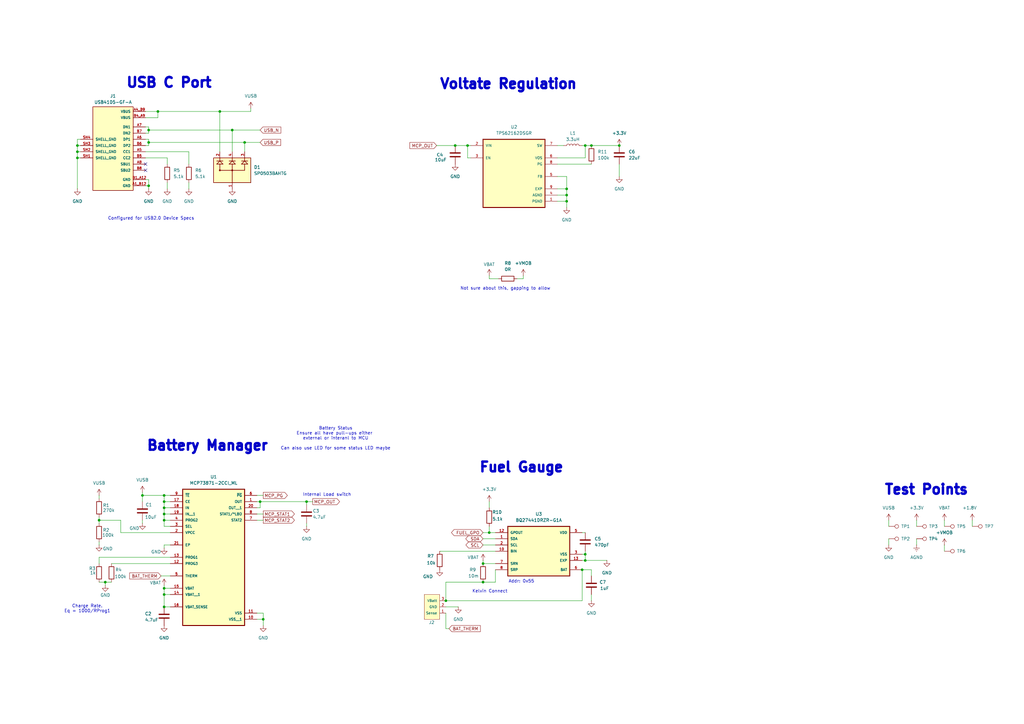
<source format=kicad_sch>
(kicad_sch (version 20231120) (generator "eeschema") (generator_version "8.0")
  (paper "A3")
  (title_block (title "Power System") (company "The University of Queensland"))
  (lib_symbols
    (symbol "BQ27441DRZR-G1A:BQ27441DRZR-G1A" (pin_names (offset 1.016))
      (property "Reference" "U" (at -12.7 17.51 0))
      (property "Value" "BQ27441DRZR-G1A" (at -12.7 -37.02 0))
      (symbol "BQ27441DRZR-G1A_0_0"
        (rectangle (start -12.7 16.51) (end 12.7 -3.81) (stroke (width 0.41)) (fill (type background)))
        (pin bidirectional line (at -17.78 11.43 0) (length 5.08) (name "SDA") (number "1"))
        (pin input line (at -17.78 6.35 0) (length 5.08) (name "BIN") (number "10"))
        (pin output line (at -17.78 13.97 0) (length 5.08) (name "GPOUT") (number "12"))
        (pin input line (at -17.78 8.89 0) (length 5.08) (name "SCL") (number "2"))
        (pin power_in line (at 17.78 5.08 180) (length 5.08) (name "VSS") (number "3"))
        (pin power_in line (at 17.78 13.97 180) (length 5.08) (name "VDD") (number "5"))
        (pin input line (at 17.78 -1.27 180) (length 5.08) (name "BAT") (number "6"))
        (pin input line (at -17.78 1.27 0) (length 5.08) (name "SRN") (number "7"))
        (pin input line (at -17.78 -1.27 0) (length 5.08) (name "SRP") (number "8"))
      )
      (symbol "BQ27441DRZR-G1A_1_0"
        (pin power_in line (at 17.78 2.54 180) (length 5.08) (name "EXP") (number "13"))
      )
    )
    (symbol "Capacitors:Capacitor_10uF" (pin_numbers hide) (pin_names hide)
      (property "Reference" "C" (at 4.064 0 0))
      (property "Value" "10uF" (at 0 0 0))
      (symbol "Capacitor_10uF_0_1"
        (polyline (pts (xy -2.032 -0.762) (xy 2.032 -0.762)) (stroke (width 0.508)))
        (polyline (pts (xy -2.032 0.762) (xy 2.032 0.762)) (stroke (width 0.508)))
      )
      (symbol "Capacitor_10uF_1_1"
        (pin passive line (at 0 3.81 270) (length 2.794) (name "~") (number "1"))
        (pin passive line (at 0 -3.81 90) (length 2.794) (name "~") (number "2"))
      )
    )
    (symbol "Capacitors:Capacitor_1uF" (pin_numbers hide) (pin_names hide)
      (property "Reference" "C" (at 4.064 0 0))
      (property "Value" "1uF" (at 0 0 0))
      (symbol "Capacitor_1uF_0_1"
        (polyline (pts (xy -2.032 -0.762) (xy 2.032 -0.762)) (stroke (width 0.508)))
        (polyline (pts (xy -2.032 0.762) (xy 2.032 0.762)) (stroke (width 0.508)))
      )
      (symbol "Capacitor_1uF_1_1"
        (pin passive line (at 0 3.81 270) (length 2.794) (name "~") (number "1"))
        (pin passive line (at 0 -3.81 90) (length 2.794) (name "~") (number "2"))
      )
    )
    (symbol "Capacitors:Capacitor_22uF" (pin_numbers hide) (pin_names hide)
      (property "Reference" "C" (at 4.064 0 0))
      (property "Value" "22uF" (at 0 0 0))
      (symbol "Capacitor_22uF_0_1"
        (polyline (pts (xy -2.032 -0.762) (xy 2.032 -0.762)) (stroke (width 0.508)))
        (polyline (pts (xy -2.032 0.762) (xy 2.032 0.762)) (stroke (width 0.508)))
      )
      (symbol "Capacitor_22uF_1_1"
        (pin passive line (at 0 3.81 270) (length 2.794) (name "~") (number "1"))
        (pin passive line (at 0 -3.81 90) (length 2.794) (name "~") (number "2"))
      )
    )
    (symbol "Capacitors:Capacitor_4.7uF" (pin_numbers hide) (pin_names hide)
      (property "Reference" "C" (at 4.064 0 0))
      (property "Value" "4.7uF" (at 0 0 0))
      (symbol "Capacitor_4.7uF_0_1"
        (polyline (pts (xy -2.032 -0.762) (xy 2.032 -0.762)) (stroke (width 0.508)))
        (polyline (pts (xy -2.032 0.762) (xy 2.032 0.762)) (stroke (width 0.508)))
      )
      (symbol "Capacitor_4.7uF_1_1"
        (pin passive line (at 0 3.81 270) (length 2.794) (name "~") (number "1"))
        (pin passive line (at 0 -3.81 90) (length 2.794) (name "~") (number "2"))
      )
    )
    (symbol "Capacitors:Capacitor_470pF" (pin_numbers hide) (pin_names hide)
      (property "Reference" "C" (at 4.064 0 0))
      (property "Value" "470pF" (at 0 0 0))
      (symbol "Capacitor_470pF_0_1"
        (polyline (pts (xy -2.032 -0.762) (xy 2.032 -0.762)) (stroke (width 0.508)))
        (polyline (pts (xy -2.032 0.762) (xy 2.032 0.762)) (stroke (width 0.508)))
      )
      (symbol "Capacitor_470pF_1_1"
        (pin passive line (at 0 3.81 270) (length 2.794) (name "~") (number "1"))
        (pin passive line (at 0 -3.81 90) (length 2.794) (name "~") (number "2"))
      )
    )
    (symbol "Connector:TestPoint" (pin_numbers hide) (pin_names (offset 0.762) hide)
      (property "Reference" "TP" (at 0 6.858 0))
      (property "Value" "TestPoint" (at 0 5.08 0))
      (symbol "TestPoint_0_1"
        (circle (center 0 3.302) (radius 0.762))
      )
      (symbol "TestPoint_1_1"
        (pin passive line (at 0 0 90) (length 2.54) (name "1") (number "1"))
      )
    )
    (symbol "MAMK2520T3R3M:MAMK2520T3R3M" (pin_numbers hide) (pin_names (offset 1.016) hide)
      (property "Reference" "L" (at -7.62 5.08 0))
      (property "Value" "3.3uH" (at -7.62 2.54 0))
      (symbol "MAMK2520T3R3M_0_1"
        (arc (start -1.27 0) (mid -1.905 0.6323) (end -2.54 0))
        (arc (start 0 0) (mid -0.635 0.6323) (end -1.27 0))
        (arc (start 1.27 0) (mid 0.635 0.6323) (end 0 0))
        (arc (start 2.54 0) (mid 1.905 0.6323) (end 1.27 0))
      )
      (symbol "MAMK2520T3R3M_1_1"
        (pin passive line (at -3.81 0 0) (length 1.27) (name "1") (number "1"))
        (pin passive line (at 3.81 0 180) (length 1.27) (name "2") (number "2"))
      )
    )
    (symbol "MCP73871-2CCI_ML:MCP73871-2CCI_ML" (pin_names (offset 1.016))
      (property "Reference" "U" (at -12.7 26.4 0))
      (property "Value" "MCP73871-2CCI_ML" (at -12.7 -34.48 0))
      (symbol "MCP73871-2CCI_ML_0_0"
        (rectangle (start -12.7 -30.48) (end 12.7 25.4) (stroke (width 0.41)) (fill (type background)))
        (pin output line (at 17.78 20.32 180) (length 5.08) (name "OUT") (number "1"))
        (pin power_in line (at 17.78 -27.94 180) (length 5.08) (name "VSS__1") (number "10"))
        (pin power_in line (at 17.78 -25.4 180) (length 5.08) (name "VSS") (number "11"))
        (pin bidirectional line (at -17.78 -5.08 0) (length 5.08) (name "PROG3") (number "12"))
        (pin bidirectional line (at -17.78 -2.54 0) (length 5.08) (name "PROG1") (number "13"))
        (pin bidirectional line (at -17.78 -17.78 0) (length 5.08) (name "VBAT__1") (number "14"))
        (pin bidirectional line (at -17.78 -15.24 0) (length 5.08) (name "VBAT") (number "15"))
        (pin bidirectional line (at -17.78 -22.86 0) (length 5.08) (name "VBAT_SENSE") (number "16"))
        (pin input line (at -17.78 20.32 0) (length 5.08) (name "CE") (number "17"))
        (pin input line (at -17.78 17.78 0) (length 5.08) (name "IN") (number "18"))
        (pin input line (at -17.78 15.24 0) (length 5.08) (name "IN__1") (number "19"))
        (pin input line (at -17.78 7.62 0) (length 5.08) (name "VPCC") (number "2"))
        (pin output line (at 17.78 17.78 180) (length 5.08) (name "OUT__1") (number "20"))
        (pin bidirectional line (at -17.78 2.54 0) (length 5.08) (name "EP") (number "21"))
        (pin input line (at -17.78 10.16 0) (length 5.08) (name "SEL") (number "3"))
        (pin input line (at -17.78 12.7 0) (length 5.08) (name "PROG2") (number "4"))
        (pin bidirectional line (at -17.78 -10.16 0) (length 5.08) (name "THERM") (number "5"))
        (pin output line (at 17.78 22.86 180) (length 5.08) (name "~{PG}") (number "6"))
        (pin output line (at 17.78 12.7 180) (length 5.08) (name "STAT2") (number "7"))
        (pin output line (at 17.78 15.24 180) (length 5.08) (name "STAT1/*LBO") (number "8"))
        (pin input line (at -17.78 22.86 0) (length 5.08) (name "~{TE}") (number "9"))
      )
    )
    (symbol "Resistors:Resistor_0R_2A" (pin_numbers hide) (pin_names hide)
      (property "Reference" "R" (at 2.54 0.254 0))
      (property "Value" "0R" (at 0 -3.81 0))
      (symbol "Resistor_0R_2A_0_1"
        (rectangle (start 1.016 2.54) (end -1.016 -2.54) (stroke (width 0.254)))
      )
      (symbol "Resistor_0R_2A_1_1"
        (pin passive line (at 0 -3.81 90) (length 1.27) (name "~") (number "1"))
        (pin passive line (at 0 3.81 270) (length 1.27) (name "~") (number "2"))
      )
    )
    (symbol "Resistors:Resistor_100k" (pin_numbers hide) (pin_names hide)
      (property "Reference" "R" (at 2.54 0.254 0))
      (property "Value" "100k" (at 0 -3.81 0))
      (symbol "Resistor_100k_0_1"
        (rectangle (start 1.016 2.54) (end -1.016 -2.54) (stroke (width 0.254)))
      )
      (symbol "Resistor_100k_1_1"
        (pin passive line (at 0 -3.81 90) (length 1.27) (name "~") (number "1"))
        (pin passive line (at 0 3.81 270) (length 1.27) (name "~") (number "2"))
      )
    )
    (symbol "Resistors:Resistor_10k" (pin_numbers hide) (pin_names hide)
      (property "Reference" "R" (at 2.54 0.254 0))
      (property "Value" "10k" (at 0 -3.81 0))
      (symbol "Resistor_10k_0_1"
        (rectangle (start 1.016 2.54) (end -1.016 -2.54) (stroke (width 0.254)))
      )
      (symbol "Resistor_10k_1_1"
        (pin passive line (at 0 -3.81 90) (length 1.27) (name "~") (number "1"))
        (pin passive line (at 0 3.81 270) (length 1.27) (name "~") (number "2"))
      )
    )
    (symbol "Resistors:Resistor_10m_1W" (pin_numbers hide) (pin_names hide)
      (property "Reference" "R" (at 2.54 0.254 0))
      (property "Value" "10m" (at 0 -3.81 0))
      (symbol "Resistor_10m_1W_0_1"
        (rectangle (start 1.016 2.54) (end -1.016 -2.54) (stroke (width 0.254)))
      )
      (symbol "Resistor_10m_1W_1_1"
        (pin passive line (at 0 -3.81 90) (length 1.27) (name "~") (number "1"))
        (pin passive line (at 0 3.81 270) (length 1.27) (name "~") (number "2"))
      )
    )
    (symbol "Resistors:Resistor_1k" (pin_numbers hide) (pin_names hide)
      (property "Reference" "R" (at 2.54 0.254 0))
      (property "Value" "1k" (at 0 -3.81 0))
      (symbol "Resistor_1k_0_1"
        (rectangle (start 1.016 2.54) (end -1.016 -2.54) (stroke (width 0.254)))
      )
      (symbol "Resistor_1k_1_1"
        (pin passive line (at 0 -3.81 90) (length 1.27) (name "~") (number "1"))
        (pin passive line (at 0 3.81 270) (length 1.27) (name "~") (number "2"))
      )
    )
    (symbol "Resistors:Resistor_270k" (pin_numbers hide) (pin_names hide)
      (property "Reference" "R" (at 2.54 0.254 0))
      (property "Value" "270k" (at 0 -3.81 0))
      (symbol "Resistor_270k_0_1"
        (rectangle (start 1.016 2.54) (end -1.016 -2.54) (stroke (width 0.254)))
      )
      (symbol "Resistor_270k_1_1"
        (pin passive line (at 0 -3.81 90) (length 1.27) (name "~") (number "1"))
        (pin passive line (at 0 3.81 270) (length 1.27) (name "~") (number "2"))
      )
    )
    (symbol "Resistors:Resistor_5k1" (pin_numbers hide) (pin_names hide)
      (property "Reference" "R" (at 2.54 0.254 0))
      (property "Value" "5.1k" (at 0 -3.81 0))
      (symbol "Resistor_5k1_0_1"
        (rectangle (start 1.016 2.54) (end -1.016 -2.54) (stroke (width 0.254)))
      )
      (symbol "Resistor_5k1_1_1"
        (pin passive line (at 0 -3.81 90) (length 1.27) (name "~") (number "1"))
        (pin passive line (at 0 3.81 270) (length 1.27) (name "~") (number "2"))
      )
    )
    (symbol "S3B-PH-SM4-TB_LF__SN_:S3B-PH-SM4-TB_LF__SN_" (pin_names (offset 1.016))
      (property "Reference" "J" (at -2.542 5.084 0))
      (symbol "S3B-PH-SM4-TB_LF__SN__0_0"
        (rectangle (start -2.54 5.08) (end 3.81 -5.08) (stroke (width 0.127)) (fill (type background)))
      )
      (symbol "S3B-PH-SM4-TB_LF__SN__1_0"
        (pin passive line (at -5.08 2.54 0) (length 2.54) (name "Sense") (number "1"))
        (pin passive line (at -5.08 0 0) (length 2.54) (name "GND") (number "2"))
        (pin passive line (at -5.08 -2.54 0) (length 2.54) (name "VBatt") (number "3"))
      )
    )
    (symbol "SP0503BAHTG:SP0503BAHTG" (pin_names (offset 1.016))
      (property "Reference" "D" (at -5.4057 5.6059 0))
      (property "Value" "SP0503BAHTG" (at -5.6024 -7.5032 0))
      (symbol "SP0503BAHTG_0_0"
        (rectangle (start -5.08 7.62) (end 5.08 -7.62) (stroke (width 0.254)) (fill (type background)))
        (polyline (pts (xy -5.08 0) (xy 0 0)) (stroke (width 0.254)))
        (polyline (pts (xy 0 -5.08) (xy 0 0)) (stroke (width 0.254)))
        (polyline (pts (xy 0 -5.08) (xy 2.54 -5.08)) (stroke (width 0.254)))
        (polyline (pts (xy 0 0) (xy 0 5.08)) (stroke (width 0.254)))
        (polyline (pts (xy 0 0) (xy 2.54 0)) (stroke (width 0.254)))
        (polyline (pts (xy 2.54 -6.35) (xy 3.81 -5.08)) (stroke (width 0.254)))
        (polyline (pts (xy 2.54 -5.08) (xy 2.54 -6.35)) (stroke (width 0.254)))
        (polyline (pts (xy 2.54 -5.08) (xy 2.54 -3.81)) (stroke (width 0.254)))
        (polyline (pts (xy 2.54 -1.27) (xy 3.81 0)) (stroke (width 0.254)))
        (polyline (pts (xy 2.54 0) (xy 2.54 -1.27)) (stroke (width 0.254)))
        (polyline (pts (xy 2.54 0) (xy 2.54 1.27)) (stroke (width 0.254)))
        (polyline (pts (xy 2.54 3.81) (xy 2.54 5.08)) (stroke (width 0.254)))
        (polyline (pts (xy 2.54 5.08) (xy 0 5.08)) (stroke (width 0.254)))
        (polyline (pts (xy 2.54 5.08) (xy 2.54 6.35)) (stroke (width 0.254)))
        (polyline (pts (xy 2.54 6.35) (xy 3.81 5.08)) (stroke (width 0.254)))
        (polyline (pts (xy 3.81 -5.08) (xy 2.54 -3.81)) (stroke (width 0.254)))
        (polyline (pts (xy 3.81 -5.08) (xy 3.81 -6.35)) (stroke (width 0.254)))
        (polyline (pts (xy 3.81 -5.08) (xy 5.08 -5.08)) (stroke (width 0.254)))
        (polyline (pts (xy 3.81 -3.81) (xy 3.81 -5.08)) (stroke (width 0.254)))
        (polyline (pts (xy 3.81 0) (xy 2.54 1.27)) (stroke (width 0.254)))
        (polyline (pts (xy 3.81 0) (xy 3.81 -1.27)) (stroke (width 0.254)))
        (polyline (pts (xy 3.81 0) (xy 5.08 0)) (stroke (width 0.254)))
        (polyline (pts (xy 3.81 1.27) (xy 3.81 0)) (stroke (width 0.254)))
        (polyline (pts (xy 3.81 5.08) (xy 2.54 3.81)) (stroke (width 0.254)))
        (polyline (pts (xy 3.81 5.08) (xy 3.81 3.81)) (stroke (width 0.254)))
        (polyline (pts (xy 3.81 5.08) (xy 3.81 6.35)) (stroke (width 0.254)))
        (polyline (pts (xy 5.08 5.08) (xy 3.81 5.08)) (stroke (width 0.254)))
        (circle (center 0 0) (radius 0.254) (stroke (width 0.254)))
        (circle (center 0 5.08) (radius 0.254) (stroke (width 0.254)))
        (pin passive line (at -7.62 0 0) (length 2.54) (name "~") (number "1"))
        (pin passive line (at 7.62 5.08 180) (length 2.54) (name "~") (number "2"))
        (pin passive line (at 7.62 -5.08 180) (length 2.54) (name "~") (number "3"))
        (pin passive line (at 7.62 0 180) (length 2.54) (name "~") (number "4"))
      )
    )
    (symbol "TPS62162DSGR:TPS62162DSGR" (pin_names (offset 1.016))
      (property "Reference" "U" (at -12.7 13.7 0))
      (property "Value" "TPS62162DSGR" (at -12.7 -17.78 0))
      (symbol "TPS62162DSGR_0_0"
        (rectangle (start -12.7 12.7) (end 12.7 -15.24) (stroke (width 0.41)) (fill (type background)))
        (pin power_in line (at 17.78 -12.7 180) (length 5.08) (name "PGND") (number "1"))
        (pin input line (at -17.78 10.16 0) (length 5.08) (name "VIN") (number "2"))
        (pin input line (at -17.78 5.08 0) (length 5.08) (name "EN") (number "3"))
        (pin power_in line (at 17.78 -10.16 180) (length 5.08) (name "AGND") (number "4"))
        (pin input line (at 17.78 -2.54 180) (length 5.08) (name "FB") (number "5"))
        (pin input line (at 17.78 5.08 180) (length 5.08) (name "VOS") (number "6"))
        (pin output line (at 17.78 10.16 180) (length 5.08) (name "SW") (number "7"))
        (pin output line (at 17.78 2.54 180) (length 5.08) (name "PG") (number "8"))
        (pin passive line (at 17.78 -7.62 180) (length 5.08) (name "EXP") (number "9"))
      )
    )
    (symbol "USB4105-GF-A:USB4105-GF-A" (pin_names (offset 1.016))
      (property "Reference" "J" (at -1.27 20.574 0))
      (property "Value" "USB4105-GF-A" (at -1.524 18.034 0))
      (symbol "USB4105-GF-A_0_0"
        (rectangle (start -1.27 17.145) (end 15.24 -17.145) (stroke (width 0.254)) (fill (type background)))
        (pin power_in line (at 20.32 -15.24 180) (length 5.08) (name "GND") (number "A1_B12"))
        (pin power_in line (at 20.32 15.24 180) (length 5.08) (name "VBUS") (number "A4_B9"))
        (pin bidirectional line (at 20.32 -1.27 180) (length 5.08) (name "CC1") (number "A5"))
        (pin bidirectional line (at 20.32 3.81 180) (length 5.08) (name "DP1") (number "A6"))
        (pin bidirectional line (at 20.32 8.89 180) (length 5.08) (name "DN1") (number "A7"))
        (pin bidirectional line (at 20.32 -6.35 180) (length 5.08) (name "SBU1") (number "A8"))
        (pin power_in line (at 20.32 -12.7 180) (length 5.08) (name "GND") (number "B1_A12"))
        (pin power_in line (at 20.32 12.7 180) (length 5.08) (name "VBUS") (number "B4_A9"))
        (pin bidirectional line (at 20.32 -3.81 180) (length 5.08) (name "CC2") (number "B5"))
        (pin bidirectional line (at 20.32 1.27 180) (length 5.08) (name "DP2") (number "B6"))
        (pin bidirectional line (at 20.32 6.35 180) (length 5.08) (name "DN2") (number "B7"))
        (pin bidirectional line (at 20.32 -8.89 180) (length 5.08) (name "SBU2") (number "B8"))
        (pin power_in line (at -6.35 -3.81 0) (length 5.08) (name "SHELL_GND") (number "SH1"))
        (pin power_in line (at -6.35 -1.27 0) (length 5.08) (name "SHELL_GND") (number "SH2"))
        (pin power_in line (at -6.35 1.27 0) (length 5.08) (name "SHELL_GND") (number "SH3"))
        (pin power_in line (at -6.35 3.81 0) (length 5.08) (name "SHELL_GND") (number "SH4"))
      )
    )
    (symbol "power:+1V8" (power) (pin_numbers hide) (pin_names (offset 0) hide)
      (property "Value" "+1V8" (at 0 3.556 0))
      (symbol "+1V8_0_1"
        (polyline (pts (xy -0.762 1.27) (xy 0 2.54)))
        (polyline (pts (xy 0 0) (xy 0 2.54)))
        (polyline (pts (xy 0 2.54) (xy 0.762 1.27)))
      )
      (symbol "+1V8_1_1"
        (pin power_in line (at 0 0 90) (length 0) (name "~") (number "1"))
      )
    )
    (symbol "power:+3.3V" (power) (pin_numbers hide) (pin_names (offset 0) hide)
      (property "Value" "+3.3V" (at 0 3.556 0))
      (symbol "+3.3V_0_1"
        (polyline (pts (xy -0.762 1.27) (xy 0 2.54)))
        (polyline (pts (xy 0 0) (xy 0 2.54)))
        (polyline (pts (xy 0 2.54) (xy 0.762 1.27)))
      )
      (symbol "+3.3V_1_1"
        (pin power_in line (at 0 0 90) (length 0) (name "~") (number "1"))
      )
    )
    (symbol "power:GND" (power) (pin_numbers hide) (pin_names (offset 0) hide)
      (property "Value" "GND" (at 0 -3.81 0))
      (symbol "GND_0_1"
        (polyline (pts (xy 0 0) (xy 0 -1.27) (xy 1.27 -1.27) (xy 0 -2.54) (xy -1.27 -1.27) (xy 0 -1.27)))
      )
      (symbol "GND_1_1"
        (pin power_in line (at 0 0 270) (length 0) (name "~") (number "1"))
      )
    )
    (symbol "power:GNDREF" (power) (pin_numbers hide) (pin_names (offset 0) hide)
      (property "Value" "GNDREF" (at 0 -3.81 0))
      (symbol "GNDREF_0_1"
        (polyline (pts (xy -0.635 -1.905) (xy 0.635 -1.905)))
        (polyline (pts (xy -0.127 -2.54) (xy 0.127 -2.54)))
        (polyline (pts (xy 0 -1.27) (xy 0 0)))
        (polyline (pts (xy 1.27 -1.27) (xy -1.27 -1.27)))
      )
      (symbol "GNDREF_1_1"
        (pin power_in line (at 0 0 270) (length 0) (name "~") (number "1"))
      )
    )
    (symbol "power:VBUS" (power) (pin_numbers hide) (pin_names (offset 0) hide)
      (property "Value" "VBUS" (at 0 3.556 0))
      (symbol "VBUS_0_1"
        (polyline (pts (xy -0.762 1.27) (xy 0 2.54)))
        (polyline (pts (xy 0 0) (xy 0 2.54)))
        (polyline (pts (xy 0 2.54) (xy 0.762 1.27)))
      )
      (symbol "VBUS_1_1"
        (pin power_in line (at 0 0 90) (length 0) (name "~") (number "1"))
      )
    )
    (symbol "power:VCC" (power) (pin_numbers hide) (pin_names (offset 0) hide)
      (property "Value" "VCC" (at 0 3.556 0))
      (symbol "VCC_0_1"
        (polyline (pts (xy -0.762 1.27) (xy 0 2.54)))
        (polyline (pts (xy 0 0) (xy 0 2.54)))
        (polyline (pts (xy 0 2.54) (xy 0.762 1.27)))
      )
      (symbol "VCC_1_1"
        (pin power_in line (at 0 0 90) (length 0) (name "~") (number "1"))
      )
    )
  )
  (junction (at 43.18 238.76))
  (junction (at 67.31 213.36))
  (junction (at 232.41 77.47))
  (junction (at 182.88 246.38))
  (junction (at 106.68 205.74))
  (junction (at 67.31 203.2))
  (junction (at 67.31 243.84))
  (junction (at 238.76 233.68))
  (junction (at 240.03 227.33))
  (junction (at 67.31 208.28))
  (junction (at 254 59.69))
  (junction (at 95.25 53.34))
  (junction (at 40.64 213.36))
  (junction (at 232.41 82.55))
  (junction (at 64.77 45.72))
  (junction (at 186.69 59.69))
  (junction (at 67.31 205.74))
  (junction (at 60.96 76.2))
  (junction (at 232.41 80.01))
  (junction (at 67.31 248.92))
  (junction (at 67.31 241.3))
  (junction (at 31.75 62.23))
  (junction (at 198.12 231.14))
  (junction (at 60.96 53.34))
  (junction (at 100.33 58.42))
  (junction (at 200.66 218.44))
  (junction (at 240.03 229.87))
  (junction (at 67.31 210.82))
  (junction (at 125.73 205.74))
  (junction (at 107.95 254))
  (junction (at 31.75 64.77))
  (junction (at 31.75 59.69))
  (junction (at 240.03 59.69))
  (junction (at 58.42 203.2))
  (junction (at 198.12 238.76))
  (junction (at 60.96 58.42))
  (junction (at 191.77 59.69))
  (junction (at 242.57 59.69))
  (junction (at 90.17 45.72))
  (no_connect (at 59.69 67.31))
  (no_connect (at 59.69 69.85))
  (wire (pts (xy 31.75 62.23) (xy 33.02 62.23)))
  (wire (pts (xy 69.85 218.44) (xy 49.53 218.44)))
  (wire (pts (xy 228.6 80.01) (xy 232.41 80.01)))
  (wire (pts (xy 198.12 220.98) (xy 203.2 220.98)))
  (wire (pts (xy 238.76 229.87) (xy 240.03 229.87)))
  (wire (pts (xy 68.58 74.93) (xy 68.58 77.47)))
  (wire (pts (xy 240.03 229.87) (xy 240.03 227.33)))
  (wire (pts (xy 66.04 236.22) (xy 69.85 236.22)))
  (wire (pts (xy 59.69 76.2) (xy 60.96 76.2)))
  (wire (pts (xy 67.31 203.2) (xy 69.85 203.2)))
  (wire (pts (xy 59.69 48.26) (xy 64.77 48.26)))
  (wire (pts (xy 67.31 210.82) (xy 67.31 208.28)))
  (wire (pts (xy 67.31 240.03) (xy 67.31 241.3)))
  (wire (pts (xy 102.87 45.72) (xy 102.87 44.45)))
  (wire (pts (xy 59.69 45.72) (xy 64.77 45.72)))
  (wire (pts (xy 125.73 215.9) (xy 125.73 214.63)))
  (wire (pts (xy 69.85 215.9) (xy 67.31 215.9)))
  (wire (pts (xy 58.42 201.93) (xy 58.42 203.2)))
  (wire (pts (xy 242.57 233.68) (xy 242.57 236.22)))
  (wire (pts (xy 58.42 205.74) (xy 58.42 203.2)))
  (wire (pts (xy 184.15 257.81) (xy 182.88 257.81)))
  (wire (pts (xy 67.31 203.2) (xy 67.31 205.74)))
  (wire (pts (xy 68.58 64.77) (xy 59.69 64.77)))
  (wire (pts (xy 58.42 203.2) (xy 67.31 203.2)))
  (wire (pts (xy 191.77 59.69) (xy 193.04 59.69)))
  (wire (pts (xy 31.75 77.47) (xy 31.75 64.77)))
  (wire (pts (xy 33.02 57.15) (xy 31.75 57.15)))
  (wire (pts (xy 198.12 231.14) (xy 198.12 229.87)))
  (wire (pts (xy 100.33 58.42) (xy 100.33 62.23)))
  (wire (pts (xy 102.87 45.72) (xy 90.17 45.72)))
  (wire (pts (xy 228.6 82.55) (xy 232.41 82.55)))
  (wire (pts (xy 364.49 213.36) (xy 364.49 215.9)))
  (wire (pts (xy 125.73 205.74) (xy 128.27 205.74)))
  (wire (pts (xy 214.63 114.3) (xy 214.63 113.03)))
  (wire (pts (xy 106.68 205.74) (xy 105.41 205.74)))
  (wire (pts (xy 40.64 228.6) (xy 69.85 228.6)))
  (wire (pts (xy 60.96 53.34) (xy 60.96 54.61)))
  (wire (pts (xy 90.17 45.72) (xy 90.17 62.23)))
  (wire (pts (xy 60.96 76.2) (xy 60.96 77.47)))
  (wire (pts (xy 60.96 53.34) (xy 95.25 53.34)))
  (wire (pts (xy 228.6 77.47) (xy 232.41 77.47)))
  (wire (pts (xy 67.31 223.52) (xy 67.31 224.79)))
  (wire (pts (xy 67.31 248.92) (xy 69.85 248.92)))
  (wire (pts (xy 387.35 213.36) (xy 387.35 215.9)))
  (wire (pts (xy 228.6 72.39) (xy 232.41 72.39)))
  (wire (pts (xy 45.72 231.14) (xy 69.85 231.14)))
  (wire (pts (xy 49.53 218.44) (xy 49.53 213.36)))
  (wire (pts (xy 40.64 228.6) (xy 40.64 231.14)))
  (wire (pts (xy 67.31 213.36) (xy 69.85 213.36)))
  (wire (pts (xy 200.66 114.3) (xy 204.47 114.3)))
  (wire (pts (xy 67.31 243.84) (xy 69.85 243.84)))
  (wire (pts (xy 43.18 238.76) (xy 45.72 238.76)))
  (wire (pts (xy 182.88 246.38) (xy 238.76 246.38)))
  (wire (pts (xy 59.69 57.15) (xy 60.96 57.15)))
  (wire (pts (xy 200.66 113.03) (xy 200.66 114.3)))
  (wire (pts (xy 60.96 58.42) (xy 60.96 59.69)))
  (wire (pts (xy 95.25 53.34) (xy 106.68 53.34)))
  (wire (pts (xy 67.31 213.36) (xy 67.31 210.82)))
  (wire (pts (xy 40.64 203.2) (xy 40.64 204.47)))
  (wire (pts (xy 67.31 215.9) (xy 67.31 213.36)))
  (wire (pts (xy 40.64 238.76) (xy 43.18 238.76)))
  (wire (pts (xy 68.58 64.77) (xy 68.58 67.31)))
  (wire (pts (xy 60.96 57.15) (xy 60.96 58.42)))
  (wire (pts (xy 105.41 213.36) (xy 107.95 213.36)))
  (wire (pts (xy 59.69 73.66) (xy 60.96 73.66)))
  (wire (pts (xy 31.75 59.69) (xy 33.02 59.69)))
  (wire (pts (xy 179.07 59.69) (xy 186.69 59.69)))
  (wire (pts (xy 242.57 233.68) (xy 238.76 233.68)))
  (wire (pts (xy 238.76 59.69) (xy 240.03 59.69)))
  (wire (pts (xy 232.41 72.39) (xy 232.41 77.47)))
  (wire (pts (xy 228.6 59.69) (xy 231.14 59.69)))
  (wire (pts (xy 125.73 207.01) (xy 125.73 205.74)))
  (wire (pts (xy 186.69 59.69) (xy 191.77 59.69)))
  (wire (pts (xy 107.95 251.46) (xy 107.95 254)))
  (wire (pts (xy 100.33 58.42) (xy 60.96 58.42)))
  (wire (pts (xy 203.2 218.44) (xy 200.66 218.44)))
  (wire (pts (xy 60.96 59.69) (xy 59.69 59.69)))
  (wire (pts (xy 43.18 238.76) (xy 43.18 240.03)))
  (wire (pts (xy 31.75 64.77) (xy 33.02 64.77)))
  (wire (pts (xy 106.68 58.42) (xy 100.33 58.42)))
  (wire (pts (xy 198.12 238.76) (xy 203.2 238.76)))
  (wire (pts (xy 90.17 45.72) (xy 64.77 45.72)))
  (wire (pts (xy 203.2 233.68) (xy 203.2 238.76)))
  (wire (pts (xy 182.88 238.76) (xy 182.88 246.38)))
  (wire (pts (xy 193.04 64.77) (xy 191.77 64.77)))
  (wire (pts (xy 69.85 205.74) (xy 67.31 205.74)))
  (wire (pts (xy 105.41 210.82) (xy 107.95 210.82)))
  (wire (pts (xy 105.41 251.46) (xy 107.95 251.46)))
  (wire (pts (xy 77.47 62.23) (xy 77.47 67.31)))
  (wire (pts (xy 107.95 256.54) (xy 107.95 254)))
  (wire (pts (xy 398.78 213.36) (xy 398.78 215.9)))
  (wire (pts (xy 67.31 248.92) (xy 67.31 243.84)))
  (wire (pts (xy 254 67.31) (xy 254 72.39)))
  (wire (pts (xy 238.76 246.38) (xy 238.76 233.68)))
  (wire (pts (xy 212.09 114.3) (xy 214.63 114.3)))
  (wire (pts (xy 67.31 241.3) (xy 67.31 243.84)))
  (wire (pts (xy 238.76 227.33) (xy 240.03 227.33)))
  (wire (pts (xy 60.96 54.61) (xy 59.69 54.61)))
  (wire (pts (xy 198.12 223.52) (xy 203.2 223.52)))
  (wire (pts (xy 232.41 77.47) (xy 232.41 80.01)))
  (wire (pts (xy 375.92 220.98) (xy 375.92 223.52)))
  (wire (pts (xy 387.35 223.52) (xy 387.35 226.06)))
  (wire (pts (xy 40.64 222.25) (xy 40.64 223.52)))
  (wire (pts (xy 64.77 48.26) (xy 64.77 45.72)))
  (wire (pts (xy 228.6 64.77) (xy 240.03 64.77)))
  (wire (pts (xy 182.88 238.76) (xy 198.12 238.76)))
  (wire (pts (xy 40.64 213.36) (xy 40.64 214.63)))
  (wire (pts (xy 95.25 62.23) (xy 95.25 53.34)))
  (wire (pts (xy 200.66 218.44) (xy 200.66 215.9)))
  (wire (pts (xy 40.64 212.09) (xy 40.64 213.36)))
  (wire (pts (xy 200.66 205.74) (xy 200.66 208.28)))
  (wire (pts (xy 59.69 62.23) (xy 77.47 62.23)))
  (wire (pts (xy 31.75 59.69) (xy 31.75 62.23)))
  (wire (pts (xy 240.03 64.77) (xy 240.03 59.69)))
  (wire (pts (xy 49.53 213.36) (xy 40.64 213.36)))
  (wire (pts (xy 203.2 231.14) (xy 198.12 231.14)))
  (wire (pts (xy 67.31 210.82) (xy 69.85 210.82)))
  (wire (pts (xy 240.03 227.33) (xy 240.03 226.06)))
  (wire (pts (xy 31.75 62.23) (xy 31.75 64.77)))
  (wire (pts (xy 232.41 80.01) (xy 232.41 82.55)))
  (wire (pts (xy 248.92 229.87) (xy 240.03 229.87)))
  (wire (pts (xy 59.69 52.07) (xy 60.96 52.07)))
  (wire (pts (xy 67.31 205.74) (xy 67.31 208.28)))
  (wire (pts (xy 106.68 208.28) (xy 106.68 205.74)))
  (wire (pts (xy 180.34 226.06) (xy 203.2 226.06)))
  (wire (pts (xy 242.57 59.69) (xy 254 59.69)))
  (wire (pts (xy 364.49 220.98) (xy 364.49 223.52)))
  (wire (pts (xy 107.95 254) (xy 105.41 254)))
  (wire (pts (xy 182.88 257.81) (xy 182.88 251.46)))
  (wire (pts (xy 375.92 213.36) (xy 375.92 215.9)))
  (wire (pts (xy 240.03 59.69) (xy 242.57 59.69)))
  (wire (pts (xy 105.41 208.28) (xy 106.68 208.28)))
  (wire (pts (xy 198.12 218.44) (xy 200.66 218.44)))
  (wire (pts (xy 238.76 218.44) (xy 240.03 218.44)))
  (wire (pts (xy 60.96 52.07) (xy 60.96 53.34)))
  (wire (pts (xy 67.31 208.28) (xy 69.85 208.28)))
  (wire (pts (xy 232.41 82.55) (xy 232.41 85.09)))
  (wire (pts (xy 107.95 203.2) (xy 105.41 203.2)))
  (wire (pts (xy 60.96 73.66) (xy 60.96 76.2)))
  (wire (pts (xy 187.96 248.92) (xy 182.88 248.92)))
  (wire (pts (xy 69.85 223.52) (xy 67.31 223.52)))
  (wire (pts (xy 31.75 57.15) (xy 31.75 59.69)))
  (wire (pts (xy 58.42 214.63) (xy 58.42 213.36)))
  (wire (pts (xy 67.31 241.3) (xy 69.85 241.3)))
  (wire (pts (xy 106.68 205.74) (xy 125.73 205.74)))
  (wire (pts (xy 77.47 74.93) (xy 77.47 77.47)))
  (wire (pts (xy 228.6 67.31) (xy 242.57 67.31)))
  (wire (pts (xy 191.77 64.77) (xy 191.77 59.69)))
  (wire (pts (xy 242.57 243.84) (xy 242.57 246.38)))
  (text "Battery Manager\n" (at 85.09 182.88 0) (effects (font (size 4 4) (thickness 1) (bold yes))))
  (text "Configured for USB2.0 Device Specs" (at 61.976 89.662 0) (effects (font (size 1.27 1.27))))
  (text "Charge Rate.\nEq = 1000/RProg1\n" (at 35.814 249.682 0) (effects (font (size 1.27 1.27))))
  (text "Addr: 0x55\n" (at 213.868 238.506 0) (effects (font (size 1.27 1.27))))
  (text "Voltate Regulation\n" (at 208.534 34.544 0) (effects (font (size 4 4) (thickness 1) (bold yes))))
  (text "Kelvin Connect\n" (at 200.914 242.57 0) (effects (font (size 1.27 1.27))))
  (text "Internal Load switch " (at 134.62 202.946 0) (effects (font (size 1.27 1.27))))
  (text "Not sure about this, gapping to allow" (at 207.264 118.364 0) (effects (font (size 1.27 1.27))))
  (text "Battery Status\nEnsure all have pull-ups either \nexternal or interanl to MCU\n\nCan also use LED for some status LED maybe" (at 137.668 179.832 0) (effects (font (size 1.27 1.27))))
  (text "Fuel Gauge\n" (at 213.868 191.77 0) (effects (font (size 4 4) (thickness 1) (bold yes))))
  (text "USB C Port" (at 69.342 34.036 0) (effects (font (size 4 4) (thickness 1) (bold yes))))
  (text "Test Points\n" (at 379.984 200.914 0) (effects (font (size 4 4) (thickness 1) (bold yes))))
  (global_label "SDA" (shape bidirectional) (at 198.12 220.98 180) (property "Intersheetrefs" "${INTERSHEET_REFS}" (effects (hide yes))))
  (global_label "USB_N" (shape input) (at 106.68 53.34 0) (property "Intersheetrefs" "${INTERSHEET_REFS}" (effects (hide yes))))
  (global_label "MCP_PG" (shape output) (at 107.95 203.2 0) (property "Intersheetrefs" "${INTERSHEET_REFS}" (effects (hide yes))))
  (global_label "FUEL_GPO" (shape bidirectional) (at 198.12 218.44 180) (property "Intersheetrefs" "${INTERSHEET_REFS}" (effects (hide yes))))
  (global_label "MCP_OUT" (shape output) (at 128.27 205.74 0) (property "Intersheetrefs" "${INTERSHEET_REFS}" (effects (hide yes))))
  (global_label "MCP_STAT1" (shape output) (at 107.95 210.82 0) (property "Intersheetrefs" "${INTERSHEET_REFS}" (effects (hide yes))))
  (global_label "BAT_THERM" (shape input) (at 184.15 257.81 0) (property "Intersheetrefs" "${INTERSHEET_REFS}" (effects (hide yes))))
  (global_label "MCP_OUT" (shape input) (at 179.07 59.69 180) (property "Intersheetrefs" "${INTERSHEET_REFS}" (effects (hide yes))))
  (global_label "SCL" (shape bidirectional) (at 198.12 223.52 180) (property "Intersheetrefs" "${INTERSHEET_REFS}" (effects (hide yes))))
  (global_label "MCP_STAT2" (shape output) (at 107.95 213.36 0) (property "Intersheetrefs" "${INTERSHEET_REFS}" (effects (hide yes))))
  (global_label "BAT_THERM" (shape input) (at 66.04 236.22 180) (property "Intersheetrefs" "${INTERSHEET_REFS}" (effects (hide yes))))
  (global_label "USB_P" (shape input) (at 106.68 58.42 0) (property "Intersheetrefs" "${INTERSHEET_REFS}" (effects (hide yes))))
  (symbol (lib_id "Capacitors:Capacitor_470pF") (at 240.03 222.25 0) (unit 1)
    (property "Reference" "C5" (at 243.84 220.9799 0) (effects (justify left)))
    (property "Value" "470pF" (at 243.84 223.5199 0) (effects (justify left)))
    (property "Footprint" "Capacitor_SMD:C_0402_1005Metric" (effects (hide yes)))
    (property "Description" "CAP CER 470PF 10V X7R 0402" (effects (hide yes)))
  )
  (symbol (lib_id "power:VBUS") (at 364.49 213.36 0) (unit 1)
    (property "Reference" "#PWR029" (effects (hide yes)))
    (property "Value" "VUSB" (at 364.49 208.28 0))
    (property "Description" "Power symbol creates a global label with name \"VBUS\"" (effects (hide yes)))
  )
  (symbol (lib_id "Connector:TestPoint") (at 398.78 215.9 270) (unit 1)
    (property "Reference" "TP7" (at 403.86 215.8999 90) (effects (justify left)))
    (property "Value" "TestPoint" (effects (hide yes)))
    (property "Footprint" "TestPoint:TestPoint_Pad_D1.5mm" (effects (hide yes)))
    (property "Description" "test point" (effects (hide yes)))
  )
  (symbol (lib_id "power:GND") (at 187.96 248.92 0) (unit 1)
    (property "Reference" "#PWR019" (effects (hide yes)))
    (property "Value" "GND" (at 187.96 254 0))
    (property "Description" "Power symbol creates a global label with name \"GND\" , ground" (effects (hide yes)))
  )
  (symbol (lib_id "power:+3.3V") (at 200.66 205.74 0) (unit 1)
    (property "Reference" "#PWR022" (effects (hide yes)))
    (property "Value" "+3.3V" (at 200.66 200.66 0))
    (property "Description" "Power symbol creates a global label with name \"+3.3V\"" (effects (hide yes)))
  )
  (symbol (lib_id "Connector:TestPoint") (at 364.49 220.98 270) (unit 1)
    (property "Reference" "TP2" (at 369.57 220.9799 90) (effects (justify left)))
    (property "Value" "TestPoint" (effects (hide yes)))
    (property "Footprint" "TestPoint:TestPoint_Pad_D1.5mm" (effects (hide yes)))
    (property "Description" "test point" (effects (hide yes)))
  )
  (symbol (lib_id "power:GND") (at 242.57 246.38 0) (unit 1)
    (property "Reference" "#PWR027" (effects (hide yes)))
    (property "Value" "GND" (at 242.57 251.46 0))
    (property "Description" "Power symbol creates a global label with name \"GND\" , ground" (effects (hide yes)))
  )
  (symbol (lib_id "power:+3.3V") (at 375.92 213.36 0) (unit 1)
    (property "Reference" "#PWR031" (effects (hide yes)))
    (property "Value" "+3.3V" (at 375.92 208.28 0))
    (property "Description" "Power symbol creates a global label with name \"+3.3V\"" (effects (hide yes)))
  )
  (symbol (lib_id "power:GND") (at 364.49 223.52 0) (unit 1)
    (property "Reference" "#PWR030" (effects (hide yes)))
    (property "Value" "GND" (at 364.49 228.6 0))
    (property "Description" "Power symbol creates a global label with name \"GND\" , ground" (effects (hide yes)))
  )
  (symbol (lib_id "power:GND") (at 67.31 256.54 0) (unit 1)
    (property "Reference" "#PWR012" (effects (hide yes)))
    (property "Value" "GND" (at 67.31 261.62 0))
    (property "Description" "Power symbol creates a global label with name \"GND\" , ground" (effects (hide yes)))
  )
  (symbol (lib_id "power:GND") (at 43.18 240.03 0) (unit 1)
    (property "Reference" "#PWR04" (effects (hide yes)))
    (property "Value" "GND" (at 43.18 244.094 0))
    (property "Description" "Power symbol creates a global label with name \"GND\" , ground" (effects (hide yes)))
  )
  (symbol (lib_id "Connector:TestPoint") (at 364.49 215.9 270) (unit 1)
    (property "Reference" "TP1" (at 369.57 215.8999 90) (effects (justify left)))
    (property "Value" "TestPoint" (effects (hide yes)))
    (property "Footprint" "TestPoint:TestPoint_Pad_D1.5mm" (effects (hide yes)))
    (property "Description" "test point" (effects (hide yes)))
  )
  (symbol (lib_id "TPS62162DSGR:TPS62162DSGR") (at 210.82 69.85 0) (unit 1)
    (property "Reference" "U2" (at 210.82 52.07 0))
    (property "Value" "TPS62162DSGR" (at 210.82 54.61 0))
    (property "Footprint" "TPS62162DSGR:SON50P200X200X80-9N" (effects (hide yes)))
    (property "DigiKey_Part_Number" "296-43671-2-ND" (effects (hide yes)))
    (property "SnapEDA_Link" "https://www.snapeda.com/parts/TPS62162DSGR/Texas+Instruments/view-part/?ref=snap" (effects (hide yes)))
    (property "MAXIMUM_PACKAGE_HEIGHT" "0.8mm" (effects (hide yes)))
    (property "Package" "WSON-8 Texas Instruments" (effects (hide yes)))
    (property "Check_prices" "https://www.snapeda.com/parts/TPS62162DSGR/Texas+Instruments/view-part/?ref=eda" (effects (hide yes)))
    (property "STANDARD" "IPC-7351B" (effects (hide yes)))
    (property "PARTREV" "E" (effects (hide yes)))
    (property "MF" "Texas Instruments" (effects (hide yes)))
    (property "MP" "TPS62162DSGR" (effects (hide yes)))
    (property "Description_1" "\n                        \n                            3V-17V 1A Step-Down Converters with DCS-Control™\n                        \n" (effects (hide yes)))
    (property "MANUFACTURER" "Texas Instruments" (effects (hide yes)))
  )
  (symbol (lib_id "power:GND") (at 31.75 77.47 0) (unit 1)
    (property "Reference" "#PWR01" (effects (hide yes)))
    (property "Value" "GND" (at 31.75 82.55 0))
    (property "Description" "Power symbol creates a global label with name \"GND\" , ground" (effects (hide yes)))
  )
  (symbol (lib_id "Capacitors:Capacitor_4.7uF") (at 67.31 252.73 0) (unit 1)
    (property "Reference" "C2" (at 59.436 251.714 0) (effects (justify left)))
    (property "Value" "4.7uF" (at 59.436 254.254 0) (effects (justify left)))
    (property "Footprint" "Capacitor_SMD:C_0402_1005Metric" (effects (hide yes)))
    (property "Description" "4.7 µF ±10% 6.3V Ceramic Capacitor X5R 0402 (1005 Metric)" (effects (hide yes)))
  )
  (symbol (lib_id "Resistors:Resistor_1k") (at 40.64 234.95 180) (unit 1)
    (property "Reference" "R3" (at 37.846 233.172 0))
    (property "Value" "1k" (at 38.1 234.95 0))
    (property "Footprint" "Resistor_SMD:R_0402_1005Metric" (effects (hide yes)))
    (property "Description" "RES SMD 1K OHM 1% 1/10W 0402" (effects (hide yes)))
  )
  (symbol (lib_id "power:GND") (at 107.95 256.54 0) (unit 1)
    (property "Reference" "#PWR015" (effects (hide yes)))
    (property "Value" "GND" (at 107.95 261.62 0))
    (property "Description" "Power symbol creates a global label with name \"GND\" , ground" (effects (hide yes)))
  )
  (symbol (lib_id "Resistors:Resistor_5k1") (at 200.66 212.09 0) (unit 1)
    (property "Reference" "R10" (at 201.93 210.058 0) (effects (justify left)))
    (property "Value" "5.1k" (at 201.93 212.852 0) (effects (justify left)))
    (property "Footprint" "Resistor_SMD:R_0402_1005Metric" (effects (hide yes)))
    (property "Description" "RES SMD 5.1K OHM 5% 1/10W 0402" (effects (hide yes)))
  )
  (symbol (lib_id "power:+3.3V") (at 254 59.69 0) (unit 1)
    (property "Reference" "#PWR025" (effects (hide yes)))
    (property "Value" "+3.3V" (at 254 54.61 0))
    (property "Description" "Power symbol creates a global label with name \"+3.3V\"" (effects (hide yes)))
  )
  (symbol (lib_id "power:VBUS") (at 67.31 240.03 0) (unit 1)
    (property "Reference" "#PWR011" (effects (hide yes)))
    (property "Value" "VBAT" (at 63.754 239.014 0))
    (property "Description" "Power symbol creates a global label with name \"VBUS\"" (effects (hide yes)))
  )
  (symbol (lib_id "power:GNDREF") (at 375.92 223.52 0) (unit 1)
    (property "Reference" "#PWR032" (effects (hide yes)))
    (property "Value" "AGND" (at 375.92 228.6 0))
    (property "Description" "Power symbol creates a global label with name \"GNDREF\" , reference supply ground" (effects (hide yes)))
  )
  (symbol (lib_id "Resistors:Resistor_100k") (at 40.64 218.44 0) (unit 1)
    (property "Reference" "R2" (at 42.164 217.424 0) (effects (justify left)))
    (property "Value" "100k" (at 41.91 219.456 0) (effects (justify left)))
    (property "Footprint" "Resistor_SMD:R_0402_1005Metric" (effects (hide yes)))
    (property "Description" "RES 100K OHM 1% 1/10W 0402" (effects (hide yes)))
  )
  (symbol (lib_id "power:+3.3V") (at 214.63 113.03 0) (unit 1)
    (property "Reference" "#PWR023" (effects (hide yes)))
    (property "Value" "+VMOB" (at 214.63 107.95 0))
    (property "Description" "Power symbol creates a global label with name \"+3.3V\"" (effects (hide yes)))
  )
  (symbol (lib_id "power:GND") (at 180.34 233.68 0) (unit 1)
    (property "Reference" "#PWR018" (effects (hide yes)))
    (property "Value" "GND" (at 175.514 236.474 0))
    (property "Description" "Power symbol creates a global label with name \"GND\" , ground" (effects (hide yes)))
  )
  (symbol (lib_id "Resistors:Resistor_5k1") (at 77.47 71.12 0) (unit 1)
    (property "Reference" "R6" (at 80.01 69.8499 0) (effects (justify left)))
    (property "Value" "5.1k" (at 80.01 72.3899 0) (effects (justify left)))
    (property "Footprint" "Resistor_SMD:R_0402_1005Metric" (effects (hide yes)))
    (property "Description" "RES SMD 5.1K OHM 5% 1/10W 0402" (effects (hide yes)))
  )
  (symbol (lib_id "MCP73871-2CCI_ML:MCP73871-2CCI_ML") (at 87.63 226.06 0) (unit 1)
    (property "Reference" "U1" (at 87.63 195.58 0))
    (property "Value" "MCP73871-2CCI_ML" (at 87.63 198.12 0))
    (property "Footprint" "MCP73871-2CCI_ML:QFN50P400X400X100-21N" (effects (hide yes)))
    (property "MF" "Microchip" (effects (hide yes)))
    (property "Description_1" "\n                        \n                            Microchip MCP73871-2CCI/ML, Battery Charge Controller, 1000mA, 20-Pin QFN | Microchip Technology Inc. MCP73871-2CCI/ML\n                        \n" (effects (hide yes)))
    (property "Package" "QFN-20 Microchip" (effects (hide yes)))
    (property "Price" "None" (effects (hide yes)))
    (property "SnapEDA_Link" "https://www.snapeda.com/parts/MCP73871-2CCI/ML/Microchip/view-part/?ref=snap" (effects (hide yes)))
    (property "MP" "MCP73871-2CCI/ML" (effects (hide yes)))
    (property "Availability" "In Stock" (effects (hide yes)))
    (property "Check_prices" "https://www.snapeda.com/parts/MCP73871-2CCI/ML/Microchip/view-part/?ref=eda" (effects (hide yes)))
  )
  (symbol (lib_id "Capacitors:Capacitor_22uF") (at 254 63.5 0) (unit 1)
    (property "Reference" "C6" (at 257.81 62.2299 0) (effects (justify left)))
    (property "Value" "22uF" (at 257.81 64.7699 0) (effects (justify left)))
    (property "Footprint" "Capacitor_SMD:C_0603_1608Metric" (effects (hide yes)))
    (property "Description" "1 µF ±10% 25V Ceramic Capacitor X5R 0402 (1005 Metric)" (effects (hide yes)))
  )
  (symbol (lib_id "power:GND") (at 125.73 215.9 0) (unit 1)
    (property "Reference" "#PWR016" (effects (hide yes)))
    (property "Value" "GND" (at 125.73 220.98 0))
    (property "Description" "Power symbol creates a global label with name \"GND\" , ground" (effects (hide yes)))
  )
  (symbol (lib_id "power:GND") (at 186.69 67.31 0) (unit 1)
    (property "Reference" "#PWR017" (effects (hide yes)))
    (property "Value" "GND" (at 186.69 72.39 0))
    (property "Description" "Power symbol creates a global label with name \"GND\" , ground" (effects (hide yes)))
  )
  (symbol (lib_id "Resistors:Resistor_100k") (at 242.57 63.5 0) (unit 1)
    (property "Reference" "R11" (at 245.11 62.2299 0) (effects (justify left)))
    (property "Value" "100k" (at 245.11 64.7699 0) (effects (justify left)))
    (property "Footprint" "Resistor_SMD:R_0402_1005Metric" (effects (hide yes)))
    (property "Description" "RES 100K OHM 1% 1/10W 0402" (effects (hide yes)))
  )
  (symbol (lib_id "power:GND") (at 58.42 214.63 0) (unit 1)
    (property "Reference" "#PWR08" (effects (hide yes)))
    (property "Value" "GND" (at 55.118 216.662 0))
    (property "Description" "Power symbol creates a global label with name \"GND\" , ground" (effects (hide yes)))
  )
  (symbol (lib_id "power:VBUS") (at 198.12 229.87 0) (unit 1)
    (property "Reference" "#PWR021" (effects (hide yes)))
    (property "Value" "VBAT" (at 194.056 228.6 0))
    (property "Description" "Power symbol creates a global label with name \"VBUS\"" (effects (hide yes)))
  )
  (symbol (lib_id "USB4105-GF-A:USB4105-GF-A") (at 39.37 60.96 0) (unit 1)
    (property "Reference" "J1" (at 46.355 39.37 0))
    (property "Value" "USB4105-GF-A" (at 46.355 41.91 0))
    (property "Footprint" "USB_C_connector:GCT_USB4105-GF-A" (effects (hide yes)))
    (property "DigiKey_Part_Number" "2073-USB4105-GF-ATR-ND" (effects (hide yes)))
    (property "SnapEDA_Link" "https://www.snapeda.com/parts/USB4105-GF-A/Global+Connector+Technology/view-part/?ref=snap" (effects (hide yes)))
    (property "MAXIMUM_PACKAGE_HEIGHT" "3.31 mm" (effects (hide yes)))
    (property "Package" "None" (effects (hide yes)))
    (property "Check_prices" "https://www.snapeda.com/parts/USB4105-GF-A/Global+Connector+Technology/view-part/?ref=eda" (effects (hide yes)))
    (property "STANDARD" "Manufacturer Recommendations" (effects (hide yes)))
    (property "PARTREV" "B4" (effects (hide yes)))
    (property "MF" "GCT" (effects (hide yes)))
    (property "MP" "USB4105-GF-A" (effects (hide yes)))
    (property "Description_1" "\n                        \n                            USB-C (USB TYPE-C) USB 2.0 Receptacle Connector 24 (16+8 Dummy) Position Surface Mount, Right Angle; Through Hole\n                        \n" (effects (hide yes)))
    (property "MANUFACTURER" "GCT" (effects (hide yes)))
  )
  (symbol (lib_id "power:GND") (at 77.47 77.47 0) (unit 1)
    (property "Reference" "#PWR09" (effects (hide yes)))
    (property "Value" "GND" (at 77.47 82.55 0))
    (property "Description" "Power symbol creates a global label with name \"GND\" , ground" (effects (hide yes)))
  )
  (symbol (lib_id "power:VCC") (at 40.64 203.2 0) (unit 1)
    (property "Reference" "#PWR02" (effects (hide yes)))
    (property "Value" "VUSB" (at 40.64 198.12 0))
    (property "Description" "Power symbol creates a global label with name \"VCC\"" (effects (hide yes)))
  )
  (symbol (lib_id "Connector:TestPoint") (at 387.35 215.9 270) (unit 1)
    (property "Reference" "TP5" (at 392.43 215.8999 90) (effects (justify left)))
    (property "Value" "TestPoint" (effects (hide yes)))
    (property "Footprint" "TestPoint:TestPoint_Pad_D1.5mm" (effects (hide yes)))
    (property "Description" "test point" (effects (hide yes)))
  )
  (symbol (lib_id "MAMK2520T3R3M:MAMK2520T3R3M") (at 234.95 59.69 0) (unit 1)
    (property "Reference" "L1" (at 234.95 54.61 0))
    (property "Value" "3.3uH" (at 234.95 57.15 0))
    (property "Footprint" "Inductors:INDC2520X120N" (effects (hide yes)))
    (property "Description" "MAMK2520T3R3M" (effects (hide yes)))
    (property "DigiKey_Part_Number" "587-3227-2-ND" (effects (hide yes)))
    (property "SnapEDA_Link" "https://www.snapeda.com/parts/MAMK2520T3R3M/Taiyo+Yuden/view-part/?ref=snap" (effects (hide yes)))
    (property "Description_1" "\n                        \n                            3.3 µH Shielded Drum Core, Wirewound Inductor 1.7 A 156mOhm Max 1008 (2520 Metric)\n                        \n" (effects (hide yes)))
    (property "MF" "Taiyo Yuden" (effects (hide yes)))
    (property "Package" "2520 Taiyo Yuden" (effects (hide yes)))
    (property "Check_prices" "https://www.snapeda.com/parts/MAMK2520T3R3M/Taiyo+Yuden/view-part/?ref=eda" (effects (hide yes)))
    (property "MP" "MAMK2520T3R3M" (effects (hide yes)))
  )
  (symbol (lib_id "power:GND") (at 95.25 77.47 0) (unit 1)
    (property "Reference" "#PWR013" (effects (hide yes)))
    (property "Value" "GND" (at 95.25 82.55 0))
    (property "Description" "Power symbol creates a global label with name \"GND\" , ground" (effects (hide yes)))
  )
  (symbol (lib_id "Resistors:Resistor_0R_2A") (at 208.28 114.3 90) (unit 1)
    (property "Reference" "R8" (at 208.28 107.95 90))
    (property "Value" "0R" (at 208.28 110.49 90))
    (property "Footprint" "Resistor_SMD:R_0805_2012Metric" (effects (hide yes)))
  )
  (symbol (lib_id "power:GND") (at 67.31 224.79 0) (unit 1)
    (property "Reference" "#PWR010" (effects (hide yes)))
    (property "Value" "GND" (at 64.008 226.314 0))
    (property "Description" "Power symbol creates a global label with name \"GND\" , ground" (effects (hide yes)))
  )
  (symbol (lib_id "power:GND") (at 248.92 229.87 0) (unit 1)
    (property "Reference" "#PWR028" (effects (hide yes)))
    (property "Value" "GND" (at 248.92 234.95 0))
    (property "Description" "Power symbol creates a global label with name \"GND\" , ground" (effects (hide yes)))
  )
  (symbol (lib_id "BQ27441DRZR-G1A:BQ27441DRZR-G1A") (at 220.98 232.41 0) (unit 1)
    (property "Reference" "U3" (at 220.98 210.82 0))
    (property "Value" "BQ27441DRZR-G1A" (at 220.98 213.36 0))
    (property "Footprint" "BQ27441DRZR-G1A:IC_BQ27441DRZR-G1A" (effects (hide yes)))
    (property "MF" "Texas Instruments" (effects (hide yes)))
    (property "Description_1" "\n                        \n                            System-side Impedance Track™ battery fuel (gas) gauge\n                        \n" (effects (hide yes)))
    (property "Package" "VSON-12 Texas Instruments" (effects (hide yes)))
    (property "Price" "None" (effects (hide yes)))
    (property "SnapEDA_Link" "https://www.snapeda.com/parts/BQ27441DRZR-G1A/Texas+Instruments/view-part/?ref=snap" (effects (hide yes)))
    (property "MP" "BQ27441DRZR-G1A" (effects (hide yes)))
    (property "Availability" "In Stock" (effects (hide yes)))
    (property "Check_prices" "https://www.snapeda.com/parts/BQ27441DRZR-G1A/Texas+Instruments/view-part/?ref=eda" (effects (hide yes)))
  )
  (symbol (lib_id "Resistors:Resistor_270k") (at 40.64 208.28 0) (unit 1)
    (property "Reference" "R1" (at 42.164 207.264 0) (effects (justify left)))
    (property "Value" "270k" (at 42.164 209.296 0) (effects (justify left)))
    (property "Footprint" "Resistor_SMD:R_0402_1005Metric" (effects (hide yes)))
    (property "Description" "RES SMD 270K OHM 1% 1/10W 0402" (effects (hide yes)))
  )
  (symbol (lib_id "power:GND") (at 68.58 77.47 0) (unit 1)
    (property "Reference" "#PWR06" (effects (hide yes)))
    (property "Value" "GND" (at 68.58 82.55 0))
    (property "Description" "Power symbol creates a global label with name \"GND\" , ground" (effects (hide yes)))
  )
  (symbol (lib_id "Resistors:Resistor_10m_1W") (at 198.12 234.95 0) (unit 1)
    (property "Reference" "R9" (at 192.532 233.68 0) (effects (justify left)))
    (property "Value" "10m" (at 192.024 236.22 0) (effects (justify left)))
    (property "Footprint" "Resistor_SMD:R_0805_2012Metric" (effects (hide yes)))
    (property "Description" "10mOhm 1%, 1W 0805" (effects (hide yes)))
  )
  (symbol (lib_id "power:GND") (at 60.96 77.47 0) (unit 1)
    (property "Reference" "#PWR05" (effects (hide yes)))
    (property "Value" "GND" (at 60.96 82.55 0))
    (property "Description" "Power symbol creates a global label with name \"GND\" , ground" (effects (hide yes)))
  )
  (symbol (lib_id "Resistors:Resistor_10k") (at 180.34 229.87 0) (unit 1)
    (property "Reference" "R7" (at 175.26 228.092 0) (effects (justify left)))
    (property "Value" "10k" (at 175.006 230.886 0) (effects (justify left)))
    (property "Footprint" "Resistor_SMD:R_0402_1005Metric" (effects (hide yes)))
    (property "Description" "RES SMD 10K OHM 1% 1/10W 0402" (effects (hide yes)))
  )
  (symbol (lib_id "power:GND") (at 40.64 223.52 0) (unit 1)
    (property "Reference" "#PWR03" (effects (hide yes)))
    (property "Value" "GND" (at 44.196 225.044 0))
    (property "Description" "Power symbol creates a global label with name \"GND\" , ground" (effects (hide yes)))
  )
  (symbol (lib_id "power:VCC") (at 58.42 201.93 0) (unit 1)
    (property "Reference" "#PWR07" (effects (hide yes)))
    (property "Value" "VUSB" (at 58.42 196.85 0))
    (property "Description" "Power symbol creates a global label with name \"VCC\"" (effects (hide yes)))
  )
  (symbol (lib_id "SP0503BAHTG:SP0503BAHTG") (at 95.25 69.85 90) (unit 1)
    (property "Reference" "D1" (at 104.14 68.5799 90) (effects (justify right)))
    (property "Value" "SP0503BAHTG" (at 104.14 71.1199 90) (effects (justify right)))
    (property "Footprint" "SP0503BAHTG:SOT143" (effects (hide yes)))
    (property "Description" "TVS DIODE 5.5VWM 8.5VC SOT143" (effects (hide yes)))
    (property "DigiKey_Part_Number" "F2715TR-ND" (effects (hide yes)))
    (property "MF" "Littelfuse Inc." (effects (hide yes)))
    (property "PACKAGE" "SOT-143 Littelfuse" (effects (hide yes)))
    (property "PRICE" "0.46 USD" (effects (hide yes)))
    (property "Package" "SOT-143 Littelfuse" (effects (hide yes)))
    (property "Check_prices" "https://www.snapeda.com/parts/SP0503BAHTG/Littelfuse/view-part/?ref=eda" (effects (hide yes)))
    (property "STANDARD" "IPC-7351B" (effects (hide yes)))
    (property "PARTREV" "N/A" (effects (hide yes)))
    (property "SnapEDA_Link" "https://www.snapeda.com/parts/SP0503BAHTG/Littelfuse/view-part/?ref=snap" (effects (hide yes)))
    (property "MP" "SP0503BAHTG" (effects (hide yes)))
    (property "AVAILABILITY" "Good" (effects (hide yes)))
    (property "Description_1" "\n                        \n                            8.5V Clamp - Ipp Tvs Diode Surface Mount SOT-143-4\n                        \n" (effects (hide yes)))
  )
  (symbol (lib_id "Resistors:Resistor_100k") (at 45.72 234.95 0) (unit 1)
    (property "Reference" "R4" (at 47.244 233.68 0) (effects (justify left)))
    (property "Value" "100k" (at 46.99 236.474 0) (effects (justify left)))
    (property "Footprint" "Resistor_SMD:R_0402_1005Metric" (effects (hide yes)))
    (property "Description" "RES 100K OHM 1% 1/10W 0402" (effects (hide yes)))
  )
  (symbol (lib_id "Capacitors:Capacitor_1uF") (at 242.57 240.03 0) (unit 1)
    (property "Reference" "C7" (at 245.872 238.76 0) (effects (justify left)))
    (property "Value" "1uF" (at 246.126 241.3 0) (effects (justify left)))
    (property "Footprint" "Capacitor_SMD:C_0402_1005Metric" (effects (hide yes)))
    (property "Description" "1 µF ±10% 25V Ceramic Capacitor X5R 0402 (1005 Metric)" (effects (hide yes)))
  )
  (symbol (lib_id "Capacitors:Capacitor_10uF") (at 58.42 209.55 0) (unit 1)
    (property "Reference" "C1" (at 59.69 207.01 0) (effects (justify left)))
    (property "Value" "10uF" (at 59.436 212.09 0) (effects (justify left)))
    (property "Footprint" "Capacitor_SMD:C_0603_1608Metric" (effects (hide yes)))
    (property "Description" "CAP CER 10UF 6.3V X5R 0603" (effects (hide yes)))
  )
  (symbol (lib_id "Capacitors:Capacitor_4.7uF") (at 125.73 210.82 0) (unit 1)
    (property "Reference" "C3" (at 128.27 209.55 0) (effects (justify left)))
    (property "Value" "4.7uF" (at 128.27 212.09 0) (effects (justify left)))
    (property "Footprint" "Capacitor_SMD:C_0402_1005Metric" (effects (hide yes)))
    (property "Description" "4.7 µF ±10% 6.3V Ceramic Capacitor X5R 0402 (1005 Metric)" (effects (hide yes)))
  )
  (symbol (lib_id "power:VCC") (at 102.87 44.45 0) (unit 1)
    (property "Reference" "#PWR014" (effects (hide yes)))
    (property "Value" "VUSB" (at 102.87 39.37 0))
    (property "Description" "Power symbol creates a global label with name \"VCC\"" (effects (hide yes)))
  )
  (symbol (lib_id "Connector:TestPoint") (at 375.92 220.98 270) (unit 1)
    (property "Reference" "TP4" (at 381 220.9799 90) (effects (justify left)))
    (property "Value" "TestPoint" (effects (hide yes)))
    (property "Footprint" "TestPoint:TestPoint_Pad_D1.5mm" (effects (hide yes)))
    (property "Description" "test point" (effects (hide yes)))
  )
  (symbol (lib_id "S3B-PH-SM4-TB_LF__SN_:S3B-PH-SM4-TB_LF__SN_") (at 177.8 248.92 180) (unit 1)
    (property "Reference" "J2" (at 177.038 255.27 0))
    (property "Value" "S3B-PH-SM4-TB_LF__SN_" (effects (hide yes)))
    (property "Footprint" "S3B-PH-SM4-TB_LF__SN_:JST_S3B-PH-SM4-TB_LF__SN_" (effects (hide yes)))
    (property "MF" "JST Sales" (effects (hide yes)))
    (property "Description_1" "\n                        \n                            Connector Header Surface Mount, Right Angle 3 position 0.079 (2.00mm)\n                        \n" (effects (hide yes)))
    (property "Package" "None" (effects (hide yes)))
    (property "Price" "None" (effects (hide yes)))
    (property "Check_prices" "https://www.snapeda.com/parts/S3B-PH-SM4-TB%20(LF)(SN)/JST/view-part/?ref=eda" (effects (hide yes)))
    (property "STANDARD" "MANUFACTURER RECOMMENDATIONS" (effects (hide yes)))
    (property "PARTREV" "NA" (effects (hide yes)))
    (property "SnapEDA_Link" "https://www.snapeda.com/parts/S3B-PH-SM4-TB%20(LF)(SN)/JST/view-part/?ref=snap" (effects (hide yes)))
    (property "MP" "S3B-PH-SM4-TB (LF)(SN)" (effects (hide yes)))
    (property "Availability" "In Stock" (effects (hide yes)))
    (property "MANUFACTURER" "JST" (effects (hide yes)))
  )
  (symbol (lib_id "Resistors:Resistor_5k1") (at 68.58 71.12 0) (unit 1)
    (property "Reference" "R5" (at 71.12 69.8499 0) (effects (justify left)))
    (property "Value" "5.1k" (at 71.12 72.3899 0) (effects (justify left)))
    (property "Footprint" "Resistor_SMD:R_0402_1005Metric" (effects (hide yes)))
    (property "Description" "RES SMD 5.1K OHM 5% 1/10W 0402" (effects (hide yes)))
  )
  (symbol (lib_id "Capacitors:Capacitor_10uF") (at 186.69 63.5 180) (unit 1)
    (property "Reference" "C4" (at 179.07 63.5 0) (effects (justify right)))
    (property "Value" "10uF" (at 178.308 65.532 0) (effects (justify right)))
    (property "Footprint" "Capacitor_SMD:C_0603_1608Metric" (effects (hide yes)))
    (property "Description" "CAP CER 10UF 6.3V X5R 0603" (effects (hide yes)))
  )
  (symbol (lib_id "Connector:TestPoint") (at 387.35 226.06 270) (unit 1)
    (property "Reference" "TP6" (at 392.43 226.0599 90) (effects (justify left)))
    (property "Value" "TestPoint" (effects (hide yes)))
    (property "Footprint" "TestPoint:TestPoint_Pad_D1.5mm" (effects (hide yes)))
    (property "Description" "test point" (effects (hide yes)))
  )
  (symbol (lib_id "power:VBUS") (at 200.66 113.03 0) (unit 1)
    (property "Reference" "#PWR020" (effects (hide yes)))
    (property "Value" "VBAT" (at 200.66 108.458 0))
    (property "Description" "Power symbol creates a global label with name \"VBUS\"" (effects (hide yes)))
  )
  (symbol (lib_id "power:GND") (at 232.41 85.09 0) (unit 1)
    (property "Reference" "#PWR024" (effects (hide yes)))
    (property "Value" "GND" (at 232.41 90.17 0))
    (property "Description" "Power symbol creates a global label with name \"GND\" , ground" (effects (hide yes)))
  )
  (symbol (lib_id "Connector:TestPoint") (at 375.92 215.9 270) (unit 1)
    (property "Reference" "TP3" (at 381 215.8999 90) (effects (justify left)))
    (property "Value" "TestPoint" (effects (hide yes)))
    (property "Footprint" "TestPoint:TestPoint_Pad_D1.5mm" (effects (hide yes)))
    (property "Description" "test point" (effects (hide yes)))
  )
  (symbol (lib_id "power:+3.3V") (at 387.35 223.52 0) (unit 1)
    (property "Reference" "#PWR034" (effects (hide yes)))
    (property "Value" "+VMOB" (at 387.35 218.44 0))
    (property "Description" "Power symbol creates a global label with name \"+3.3V\"" (effects (hide yes)))
  )
  (symbol (lib_id "power:GND") (at 254 72.39 0) (unit 1)
    (property "Reference" "#PWR026" (effects (hide yes)))
    (property "Value" "GND" (at 254 77.47 0))
    (property "Description" "Power symbol creates a global label with name \"GND\" , ground" (effects (hide yes)))
  )
  (symbol (lib_id "power:VBUS") (at 387.35 213.36 0) (unit 1)
    (property "Reference" "#PWR033" (effects (hide yes)))
    (property "Value" "VBAT" (at 387.35 208.28 0))
    (property "Description" "Power symbol creates a global label with name \"VBUS\"" (effects (hide yes)))
  )
  (symbol (lib_id "power:+1V8") (at 398.78 213.36 0) (unit 1)
    (property "Reference" "#PWR035" (effects (hide yes)))
    (property "Value" "+1.8V" (at 394.716 208.28 0) (effects (justify left)))
    (property "Description" "Power symbol creates a global label with name \"+1V8\"" (effects (hide yes)))
  )
)
</source>
